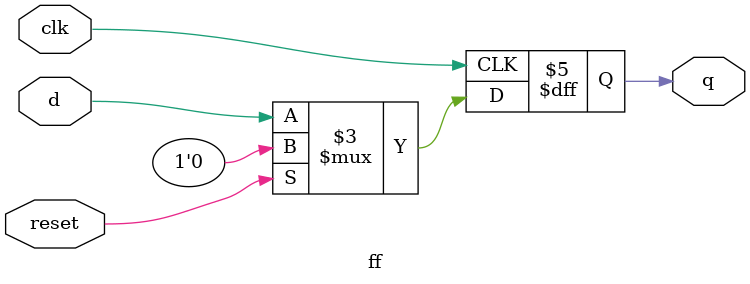
<source format=v>
module ff(clk, reset, d, q);

  input clk, d, reset;
  output reg q;

  always @(posedge clk)
    if(reset) 
      q <= 0;
    else 
      q <= d;
    
endmodule
</source>
